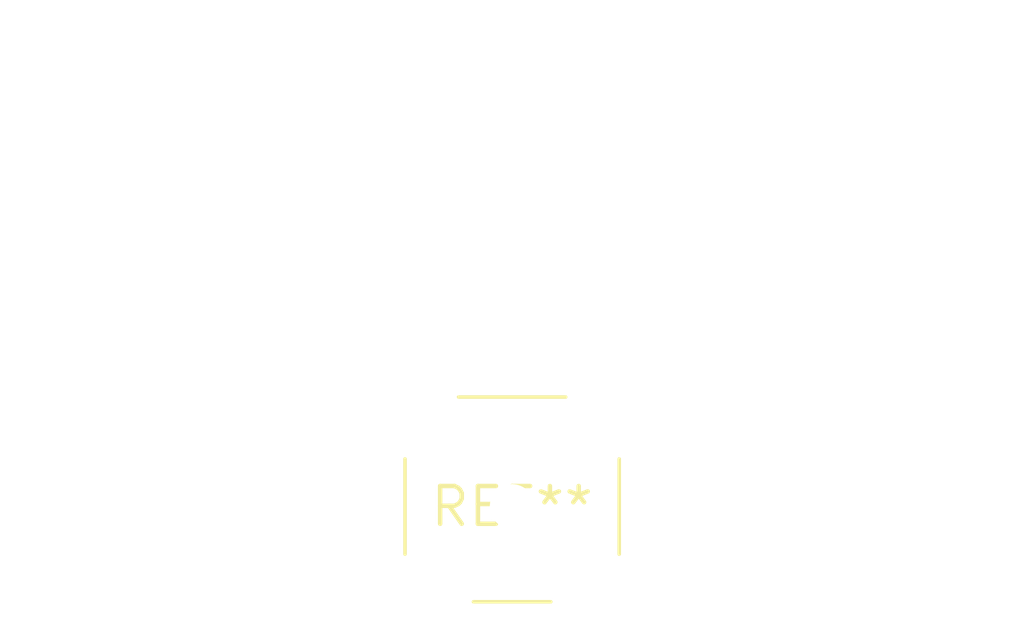
<source format=kicad_pcb>
(kicad_pcb (version 20240108) (generator pcbnew)
  (layers (0 "F.Cu" signal) (31 "B.Cu" signal) (34 "B.Paste" user) (35 "F.Paste" user) (36 "B.SilkS" user "B.Silkscreen") (37 "F.SilkS" user "F.Silkscreen") (38 "B.Mask" user) (39 "F.Mask" user) (44 "Edge.Cuts" user))
  (net 0 "")
  (footprint "SMA_Molex_73251-2200_Horizontal" (layer "F.Cu") (at 0 0)
    (property "Reference" "REF**")
    (property "Value" "SMA_Molex_73251-2200_Horizontal")
    (fp_line (start -3.6 -1.6) (end -3.6 1.6) (layer "F.SilkS") (stroke (width 0.12)))
    (fp_line (start -1.8 -3.68) (end 1.8 -3.68) (layer "F.SilkS") (stroke (width 0.12)))
    (fp_line (start -1.3 3.2) (end 1.3 3.2) (layer "F.SilkS") (stroke (width 0.12)))
    (fp_line (start 3.6 -1.6) (end 3.6 1.6) (layer "F.SilkS") (stroke (width 0.12)))
    (pad "1" thru_hole circle (at 0 0) (size 2.25 2.25) (drill 1.5) (layers *.Cu *.Mask) (remove_unused_layers))
    (pad "2" thru_hole circle (at -2.54 -2.54) (size 2.25 2.25) (drill 1.5) (layers *.Cu *.Mask) (remove_unused_layers))
    (pad "2" thru_hole circle (at -2.54 2.54) (size 2.25 2.25) (drill 1.5) (layers *.Cu *.Mask) (remove_unused_layers))
    (pad "2" thru_hole circle (at 2.54 -2.54) (size 2.25 2.25) (drill 1.5) (layers *.Cu *.Mask) (remove_unused_layers))
    (pad "2" thru_hole circle (at 2.54 2.54 90) (size 2.25 2.25) (drill 1.5) (layers *.Cu *.Mask) (remove_unused_layers))
  )
)
</source>
